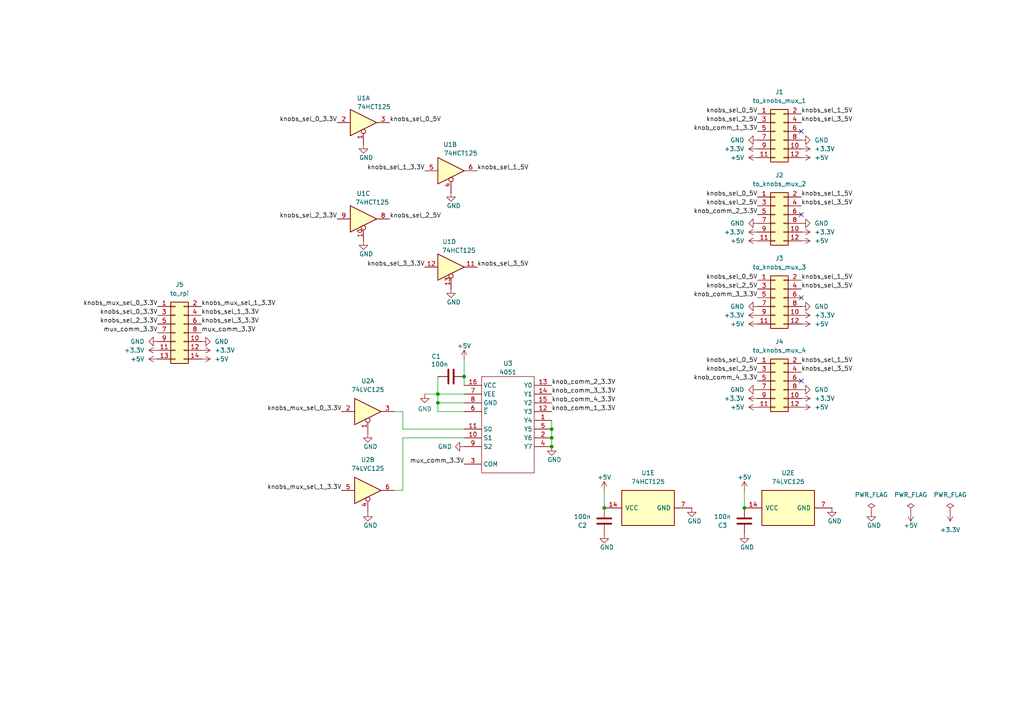
<source format=kicad_sch>
(kicad_sch (version 20231120) (generator "eeschema") (generator_version "8.0")
  (paper "A4")
  (lib_symbols
    (symbol "+5V_1" (power) (pin_numbers hide) (pin_names (offset 0) hide)
      (property "Value" "+5V" (at 0 3.556 0))
      (symbol "+5V_1_0_1"
        (polyline (pts (xy -0.762 1.27) (xy 0 2.54)))
        (polyline (pts (xy 0 0) (xy 0 2.54)))
        (polyline (pts (xy 0 2.54) (xy 0.762 1.27)))
      )
      (symbol "+5V_1_1_1"
        (pin power_in line (at 0 0 90) (length 0) (name "~") (number "1"))
      )
    )
    (symbol "+5V_10" (power) (pin_numbers hide) (pin_names (offset 0) hide)
      (property "Value" "+5V" (at 0 3.556 0))
      (symbol "+5V_10_0_1"
        (polyline (pts (xy -0.762 1.27) (xy 0 2.54)))
        (polyline (pts (xy 0 0) (xy 0 2.54)))
        (polyline (pts (xy 0 2.54) (xy 0.762 1.27)))
      )
      (symbol "+5V_10_1_1"
        (pin power_in line (at 0 0 90) (length 0) (name "~") (number "1"))
      )
    )
    (symbol "+5V_11" (power) (pin_numbers hide) (pin_names (offset 0) hide)
      (property "Value" "+5V" (at 0 3.556 0))
      (symbol "+5V_11_0_1"
        (polyline (pts (xy -0.762 1.27) (xy 0 2.54)))
        (polyline (pts (xy 0 0) (xy 0 2.54)))
        (polyline (pts (xy 0 2.54) (xy 0.762 1.27)))
      )
      (symbol "+5V_11_1_1"
        (pin power_in line (at 0 0 90) (length 0) (name "~") (number "1"))
      )
    )
    (symbol "+5V_12" (power) (pin_numbers hide) (pin_names (offset 0) hide)
      (property "Value" "+5V" (at 0 3.556 0))
      (symbol "+5V_12_0_1"
        (polyline (pts (xy -0.762 1.27) (xy 0 2.54)))
        (polyline (pts (xy 0 0) (xy 0 2.54)))
        (polyline (pts (xy 0 2.54) (xy 0.762 1.27)))
      )
      (symbol "+5V_12_1_1"
        (pin power_in line (at 0 0 90) (length 0) (name "~") (number "1"))
      )
    )
    (symbol "+5V_2" (power) (pin_numbers hide) (pin_names (offset 0) hide)
      (property "Value" "+5V" (at 0 3.556 0))
      (symbol "+5V_2_0_1"
        (polyline (pts (xy -0.762 1.27) (xy 0 2.54)))
        (polyline (pts (xy 0 0) (xy 0 2.54)))
        (polyline (pts (xy 0 2.54) (xy 0.762 1.27)))
      )
      (symbol "+5V_2_1_1"
        (pin power_in line (at 0 0 90) (length 0) (name "~") (number "1"))
      )
    )
    (symbol "+5V_3" (power) (pin_numbers hide) (pin_names (offset 0) hide)
      (property "Value" "+5V" (at 0 3.556 0))
      (symbol "+5V_3_0_1"
        (polyline (pts (xy -0.762 1.27) (xy 0 2.54)))
        (polyline (pts (xy 0 0) (xy 0 2.54)))
        (polyline (pts (xy 0 2.54) (xy 0.762 1.27)))
      )
      (symbol "+5V_3_1_1"
        (pin power_in line (at 0 0 90) (length 0) (name "~") (number "1"))
      )
    )
    (symbol "+5V_4" (power) (pin_numbers hide) (pin_names (offset 0) hide)
      (property "Value" "+5V" (at 0 3.556 0))
      (symbol "+5V_4_0_1"
        (polyline (pts (xy -0.762 1.27) (xy 0 2.54)))
        (polyline (pts (xy 0 0) (xy 0 2.54)))
        (polyline (pts (xy 0 2.54) (xy 0.762 1.27)))
      )
      (symbol "+5V_4_1_1"
        (pin power_in line (at 0 0 90) (length 0) (name "~") (number "1"))
      )
    )
    (symbol "+5V_5" (power) (pin_numbers hide) (pin_names (offset 0) hide)
      (property "Value" "+5V" (at 0 3.556 0))
      (symbol "+5V_5_0_1"
        (polyline (pts (xy -0.762 1.27) (xy 0 2.54)))
        (polyline (pts (xy 0 0) (xy 0 2.54)))
        (polyline (pts (xy 0 2.54) (xy 0.762 1.27)))
      )
      (symbol "+5V_5_1_1"
        (pin power_in line (at 0 0 90) (length 0) (name "~") (number "1"))
      )
    )
    (symbol "+5V_6" (power) (pin_numbers hide) (pin_names (offset 0) hide)
      (property "Value" "+5V" (at 0 3.556 0))
      (symbol "+5V_6_0_1"
        (polyline (pts (xy -0.762 1.27) (xy 0 2.54)))
        (polyline (pts (xy 0 0) (xy 0 2.54)))
        (polyline (pts (xy 0 2.54) (xy 0.762 1.27)))
      )
      (symbol "+5V_6_1_1"
        (pin power_in line (at 0 0 90) (length 0) (name "~") (number "1"))
      )
    )
    (symbol "+5V_7" (power) (pin_numbers hide) (pin_names (offset 0) hide)
      (property "Value" "+5V" (at 0 3.556 0))
      (symbol "+5V_7_0_1"
        (polyline (pts (xy -0.762 1.27) (xy 0 2.54)))
        (polyline (pts (xy 0 0) (xy 0 2.54)))
        (polyline (pts (xy 0 2.54) (xy 0.762 1.27)))
      )
      (symbol "+5V_7_1_1"
        (pin power_in line (at 0 0 90) (length 0) (name "~") (number "1"))
      )
    )
    (symbol "+5V_8" (power) (pin_numbers hide) (pin_names (offset 0) hide)
      (property "Value" "+5V" (at 0 3.556 0))
      (symbol "+5V_8_0_1"
        (polyline (pts (xy -0.762 1.27) (xy 0 2.54)))
        (polyline (pts (xy 0 0) (xy 0 2.54)))
        (polyline (pts (xy 0 2.54) (xy 0.762 1.27)))
      )
      (symbol "+5V_8_1_1"
        (pin power_in line (at 0 0 90) (length 0) (name "~") (number "1"))
      )
    )
    (symbol "+5V_9" (power) (pin_numbers hide) (pin_names (offset 0) hide)
      (property "Value" "+5V" (at 0 3.556 0))
      (symbol "+5V_9_0_1"
        (polyline (pts (xy -0.762 1.27) (xy 0 2.54)))
        (polyline (pts (xy 0 0) (xy 0 2.54)))
        (polyline (pts (xy 0 2.54) (xy 0.762 1.27)))
      )
      (symbol "+5V_9_1_1"
        (pin power_in line (at 0 0 90) (length 0) (name "~") (number "1"))
      )
    )
    (symbol "74xx:74LVC125" (pin_names (offset 1.016))
      (property "Reference" "U" (at 0 1.27 0))
      (property "Value" "74LVC125" (at 0 -1.27 0))
      (symbol "74LVC125_1_0"
        (polyline (pts (xy -3.81 3.81) (xy -3.81 -3.81) (xy 3.81 0) (xy -3.81 3.81)) (stroke (width 0.254)) (fill (type background)))
        (pin input inverted (at 0 -6.35 90) (length 4.445) (name "~") (number "1"))
        (pin input line (at -7.62 0 0) (length 3.81) (name "~") (number "2"))
        (pin tri_state line (at 7.62 0 180) (length 3.81) (name "~") (number "3"))
      )
      (symbol "74LVC125_2_0"
        (polyline (pts (xy -3.81 3.81) (xy -3.81 -3.81) (xy 3.81 0) (xy -3.81 3.81)) (stroke (width 0.254)) (fill (type background)))
        (pin input inverted (at 0 -6.35 90) (length 4.445) (name "~") (number "4"))
        (pin input line (at -7.62 0 0) (length 3.81) (name "~") (number "5"))
        (pin tri_state line (at 7.62 0 180) (length 3.81) (name "~") (number "6"))
      )
      (symbol "74LVC125_3_0"
        (polyline (pts (xy -3.81 3.81) (xy -3.81 -3.81) (xy 3.81 0) (xy -3.81 3.81)) (stroke (width 0.254)) (fill (type background)))
        (pin input inverted (at 0 -6.35 90) (length 4.445) (name "~") (number "10"))
        (pin tri_state line (at 7.62 0 180) (length 3.81) (name "~") (number "8"))
        (pin input line (at -7.62 0 0) (length 3.81) (name "~") (number "9"))
      )
      (symbol "74LVC125_4_0"
        (polyline (pts (xy -3.81 3.81) (xy -3.81 -3.81) (xy 3.81 0) (xy -3.81 3.81)) (stroke (width 0.254)) (fill (type background)))
        (pin tri_state line (at 7.62 0 180) (length 3.81) (name "~") (number "11"))
        (pin input line (at -7.62 0 0) (length 3.81) (name "~") (number "12"))
        (pin input inverted (at 0 -6.35 90) (length 4.445) (name "~") (number "13"))
      )
      (symbol "74LVC125_5_0"
        (pin power_in line (at 0 12.7 270) (length 5.08) (name "VCC") (number "14"))
        (pin power_in line (at 0 -12.7 90) (length 5.08) (name "GND") (number "7"))
      )
      (symbol "74LVC125_5_1"
        (rectangle (start -5.08 7.62) (end 5.08 -7.62) (stroke (width 0.254)) (fill (type background)))
      )
    )
    (symbol "Connector_Generic:Conn_02x06_Odd_Even" (pin_names (offset 1.016) hide)
      (property "Reference" "J" (at 1.27 7.62 0))
      (property "Value" "Conn_02x06_Odd_Even" (at 1.27 -10.16 0))
      (symbol "Conn_02x06_Odd_Even_1_1"
        (rectangle (start -1.27 -7.493) (end 0 -7.747) (stroke (width 0.1524)))
        (rectangle (start -1.27 -4.953) (end 0 -5.207) (stroke (width 0.1524)))
        (rectangle (start -1.27 -2.413) (end 0 -2.667) (stroke (width 0.1524)))
        (rectangle (start -1.27 0.127) (end 0 -0.127) (stroke (width 0.1524)))
        (rectangle (start -1.27 2.667) (end 0 2.413) (stroke (width 0.1524)))
        (rectangle (start -1.27 5.207) (end 0 4.953) (stroke (width 0.1524)))
        (rectangle (start -1.27 6.35) (end 3.81 -8.89) (stroke (width 0.254)) (fill (type background)))
        (rectangle (start 3.81 -7.493) (end 2.54 -7.747) (stroke (width 0.1524)))
        (rectangle (start 3.81 -4.953) (end 2.54 -5.207) (stroke (width 0.1524)))
        (rectangle (start 3.81 -2.413) (end 2.54 -2.667) (stroke (width 0.1524)))
        (rectangle (start 3.81 0.127) (end 2.54 -0.127) (stroke (width 0.1524)))
        (rectangle (start 3.81 2.667) (end 2.54 2.413) (stroke (width 0.1524)))
        (rectangle (start 3.81 5.207) (end 2.54 4.953) (stroke (width 0.1524)))
        (pin passive line (at -5.08 5.08 0) (length 3.81) (name "Pin_1") (number "1"))
        (pin passive line (at 7.62 -5.08 180) (length 3.81) (name "Pin_10") (number "10"))
        (pin passive line (at -5.08 -7.62 0) (length 3.81) (name "Pin_11") (number "11"))
        (pin passive line (at 7.62 -7.62 180) (length 3.81) (name "Pin_12") (number "12"))
        (pin passive line (at 7.62 5.08 180) (length 3.81) (name "Pin_2") (number "2"))
        (pin passive line (at -5.08 2.54 0) (length 3.81) (name "Pin_3") (number "3"))
        (pin passive line (at 7.62 2.54 180) (length 3.81) (name "Pin_4") (number "4"))
        (pin passive line (at -5.08 0 0) (length 3.81) (name "Pin_5") (number "5"))
        (pin passive line (at 7.62 0 180) (length 3.81) (name "Pin_6") (number "6"))
        (pin passive line (at -5.08 -2.54 0) (length 3.81) (name "Pin_7") (number "7"))
        (pin passive line (at 7.62 -2.54 180) (length 3.81) (name "Pin_8") (number "8"))
        (pin passive line (at -5.08 -5.08 0) (length 3.81) (name "Pin_9") (number "9"))
      )
    )
    (symbol "Connector_Generic:Conn_02x07_Odd_Even" (pin_names (offset 1.016) hide)
      (property "Reference" "J" (at 1.27 10.16 0))
      (property "Value" "Conn_02x07_Odd_Even" (at 1.27 -10.16 0))
      (symbol "Conn_02x07_Odd_Even_1_1"
        (rectangle (start -1.27 -7.493) (end 0 -7.747) (stroke (width 0.1524)))
        (rectangle (start -1.27 -4.953) (end 0 -5.207) (stroke (width 0.1524)))
        (rectangle (start -1.27 -2.413) (end 0 -2.667) (stroke (width 0.1524)))
        (rectangle (start -1.27 0.127) (end 0 -0.127) (stroke (width 0.1524)))
        (rectangle (start -1.27 2.667) (end 0 2.413) (stroke (width 0.1524)))
        (rectangle (start -1.27 5.207) (end 0 4.953) (stroke (width 0.1524)))
        (rectangle (start -1.27 7.747) (end 0 7.493) (stroke (width 0.1524)))
        (rectangle (start -1.27 8.89) (end 3.81 -8.89) (stroke (width 0.254)) (fill (type background)))
        (rectangle (start 3.81 -7.493) (end 2.54 -7.747) (stroke (width 0.1524)))
        (rectangle (start 3.81 -4.953) (end 2.54 -5.207) (stroke (width 0.1524)))
        (rectangle (start 3.81 -2.413) (end 2.54 -2.667) (stroke (width 0.1524)))
        (rectangle (start 3.81 0.127) (end 2.54 -0.127) (stroke (width 0.1524)))
        (rectangle (start 3.81 2.667) (end 2.54 2.413) (stroke (width 0.1524)))
        (rectangle (start 3.81 5.207) (end 2.54 4.953) (stroke (width 0.1524)))
        (rectangle (start 3.81 7.747) (end 2.54 7.493) (stroke (width 0.1524)))
        (pin passive line (at -5.08 7.62 0) (length 3.81) (name "Pin_1") (number "1"))
        (pin passive line (at 7.62 -2.54 180) (length 3.81) (name "Pin_10") (number "10"))
        (pin passive line (at -5.08 -5.08 0) (length 3.81) (name "Pin_11") (number "11"))
        (pin passive line (at 7.62 -5.08 180) (length 3.81) (name "Pin_12") (number "12"))
        (pin passive line (at -5.08 -7.62 0) (length 3.81) (name "Pin_13") (number "13"))
        (pin passive line (at 7.62 -7.62 180) (length 3.81) (name "Pin_14") (number "14"))
        (pin passive line (at 7.62 7.62 180) (length 3.81) (name "Pin_2") (number "2"))
        (pin passive line (at -5.08 5.08 0) (length 3.81) (name "Pin_3") (number "3"))
        (pin passive line (at 7.62 5.08 180) (length 3.81) (name "Pin_4") (number "4"))
        (pin passive line (at -5.08 2.54 0) (length 3.81) (name "Pin_5") (number "5"))
        (pin passive line (at 7.62 2.54 180) (length 3.81) (name "Pin_6") (number "6"))
        (pin passive line (at -5.08 0 0) (length 3.81) (name "Pin_7") (number "7"))
        (pin passive line (at 7.62 0 180) (length 3.81) (name "Pin_8") (number "8"))
        (pin passive line (at -5.08 -2.54 0) (length 3.81) (name "Pin_9") (number "9"))
      )
    )
    (symbol "Device:C" (pin_numbers hide) (pin_names (offset 0.254))
      (property "Reference" "C" (at 0.635 2.54 0))
      (property "Value" "C" (at 0.635 -2.54 0))
      (symbol "C_0_1"
        (polyline (pts (xy -2.032 -0.762) (xy 2.032 -0.762)) (stroke (width 0.508)))
        (polyline (pts (xy -2.032 0.762) (xy 2.032 0.762)) (stroke (width 0.508)))
      )
      (symbol "C_1_1"
        (pin passive line (at 0 3.81 270) (length 2.794) (name "~") (number "1"))
        (pin passive line (at 0 -3.81 90) (length 2.794) (name "~") (number "2"))
      )
    )
    (symbol "GND_1" (power) (pin_numbers hide) (pin_names (offset 0) hide)
      (property "Value" "GND" (at 0 -3.81 0))
      (symbol "GND_1_0_1"
        (polyline (pts (xy 0 0) (xy 0 -1.27) (xy 1.27 -1.27) (xy 0 -2.54) (xy -1.27 -1.27) (xy 0 -1.27)))
      )
      (symbol "GND_1_1_1"
        (pin power_in line (at 0 0 270) (length 0) (name "~") (number "1"))
      )
    )
    (symbol "GND_10" (power) (pin_numbers hide) (pin_names (offset 0) hide)
      (property "Value" "GND" (at 0 -3.81 0))
      (symbol "GND_10_0_1"
        (polyline (pts (xy 0 0) (xy 0 -1.27) (xy 1.27 -1.27) (xy 0 -2.54) (xy -1.27 -1.27) (xy 0 -1.27)))
      )
      (symbol "GND_10_1_1"
        (pin power_in line (at 0 0 270) (length 0) (name "~") (number "1"))
      )
    )
    (symbol "GND_11" (power) (pin_numbers hide) (pin_names (offset 0) hide)
      (property "Value" "GND" (at 0 -3.81 0))
      (symbol "GND_11_0_1"
        (polyline (pts (xy 0 0) (xy 0 -1.27) (xy 1.27 -1.27) (xy 0 -2.54) (xy -1.27 -1.27) (xy 0 -1.27)))
      )
      (symbol "GND_11_1_1"
        (pin power_in line (at 0 0 270) (length 0) (name "~") (number "1"))
      )
    )
    (symbol "GND_12" (power) (pin_numbers hide) (pin_names (offset 0) hide)
      (property "Value" "GND" (at 0 -3.81 0))
      (symbol "GND_12_0_1"
        (polyline (pts (xy 0 0) (xy 0 -1.27) (xy 1.27 -1.27) (xy 0 -2.54) (xy -1.27 -1.27) (xy 0 -1.27)))
      )
      (symbol "GND_12_1_1"
        (pin power_in line (at 0 0 270) (length 0) (name "~") (number "1"))
      )
    )
    (symbol "GND_13" (power) (pin_numbers hide) (pin_names (offset 0) hide)
      (property "Value" "GND" (at 0 -3.81 0))
      (symbol "GND_13_0_1"
        (polyline (pts (xy 0 0) (xy 0 -1.27) (xy 1.27 -1.27) (xy 0 -2.54) (xy -1.27 -1.27) (xy 0 -1.27)))
      )
      (symbol "GND_13_1_1"
        (pin power_in line (at 0 0 270) (length 0) (name "~") (number "1"))
      )
    )
    (symbol "GND_14" (power) (pin_numbers hide) (pin_names (offset 0) hide)
      (property "Value" "GND" (at 0 -3.81 0))
      (symbol "GND_14_0_1"
        (polyline (pts (xy 0 0) (xy 0 -1.27) (xy 1.27 -1.27) (xy 0 -2.54) (xy -1.27 -1.27) (xy 0 -1.27)))
      )
      (symbol "GND_14_1_1"
        (pin power_in line (at 0 0 270) (length 0) (name "~") (number "1"))
      )
    )
    (symbol "GND_15" (power) (pin_numbers hide) (pin_names (offset 0) hide)
      (property "Value" "GND" (at 0 -3.81 0))
      (symbol "GND_15_0_1"
        (polyline (pts (xy 0 0) (xy 0 -1.27) (xy 1.27 -1.27) (xy 0 -2.54) (xy -1.27 -1.27) (xy 0 -1.27)))
      )
      (symbol "GND_15_1_1"
        (pin power_in line (at 0 0 270) (length 0) (name "~") (number "1"))
      )
    )
    (symbol "GND_16" (power) (pin_numbers hide) (pin_names (offset 0) hide)
      (property "Value" "GND" (at 0 -3.81 0))
      (symbol "GND_16_0_1"
        (polyline (pts (xy 0 0) (xy 0 -1.27) (xy 1.27 -1.27) (xy 0 -2.54) (xy -1.27 -1.27) (xy 0 -1.27)))
      )
      (symbol "GND_16_1_1"
        (pin power_in line (at 0 0 270) (length 0) (name "~") (number "1"))
      )
    )
    (symbol "GND_17" (power) (pin_numbers hide) (pin_names (offset 0) hide)
      (property "Value" "GND" (at 0 -3.81 0))
      (symbol "GND_17_0_1"
        (polyline (pts (xy 0 0) (xy 0 -1.27) (xy 1.27 -1.27) (xy 0 -2.54) (xy -1.27 -1.27) (xy 0 -1.27)))
      )
      (symbol "GND_17_1_1"
        (pin power_in line (at 0 0 270) (length 0) (name "~") (number "1"))
      )
    )
    (symbol "GND_18" (power) (pin_numbers hide) (pin_names (offset 0) hide)
      (property "Value" "GND" (at 0 -3.81 0))
      (symbol "GND_18_0_1"
        (polyline (pts (xy 0 0) (xy 0 -1.27) (xy 1.27 -1.27) (xy 0 -2.54) (xy -1.27 -1.27) (xy 0 -1.27)))
      )
      (symbol "GND_18_1_1"
        (pin power_in line (at 0 0 270) (length 0) (name "~") (number "1"))
      )
    )
    (symbol "GND_19" (power) (pin_numbers hide) (pin_names (offset 0) hide)
      (property "Value" "GND" (at 0 -3.81 0))
      (symbol "GND_19_0_1"
        (polyline (pts (xy 0 0) (xy 0 -1.27) (xy 1.27 -1.27) (xy 0 -2.54) (xy -1.27 -1.27) (xy 0 -1.27)))
      )
      (symbol "GND_19_1_1"
        (pin power_in line (at 0 0 270) (length 0) (name "~") (number "1"))
      )
    )
    (symbol "GND_2" (power) (pin_numbers hide) (pin_names (offset 0) hide)
      (property "Value" "GND" (at 0 -3.81 0))
      (symbol "GND_2_0_1"
        (polyline (pts (xy 0 0) (xy 0 -1.27) (xy 1.27 -1.27) (xy 0 -2.54) (xy -1.27 -1.27) (xy 0 -1.27)))
      )
      (symbol "GND_2_1_1"
        (pin power_in line (at 0 0 270) (length 0) (name "~") (number "1"))
      )
    )
    (symbol "GND_20" (power) (pin_numbers hide) (pin_names (offset 0) hide)
      (property "Value" "GND" (at 0 -3.81 0))
      (symbol "GND_20_0_1"
        (polyline (pts (xy 0 0) (xy 0 -1.27) (xy 1.27 -1.27) (xy 0 -2.54) (xy -1.27 -1.27) (xy 0 -1.27)))
      )
      (symbol "GND_20_1_1"
        (pin power_in line (at 0 0 270) (length 0) (name "~") (number "1"))
      )
    )
    (symbol "GND_21" (power) (pin_numbers hide) (pin_names (offset 0) hide)
      (property "Value" "GND" (at 0 -3.81 0))
      (symbol "GND_21_0_1"
        (polyline (pts (xy 0 0) (xy 0 -1.27) (xy 1.27 -1.27) (xy 0 -2.54) (xy -1.27 -1.27) (xy 0 -1.27)))
      )
      (symbol "GND_21_1_1"
        (pin power_in line (at 0 0 270) (length 0) (name "~") (number "1"))
      )
    )
    (symbol "GND_22" (power) (pin_numbers hide) (pin_names (offset 0) hide)
      (property "Value" "GND" (at 0 -3.81 0))
      (symbol "GND_22_0_1"
        (polyline (pts (xy 0 0) (xy 0 -1.27) (xy 1.27 -1.27) (xy 0 -2.54) (xy -1.27 -1.27) (xy 0 -1.27)))
      )
      (symbol "GND_22_1_1"
        (pin power_in line (at 0 0 270) (length 0) (name "~") (number "1"))
      )
    )
    (symbol "GND_23" (power) (pin_numbers hide) (pin_names (offset 0) hide)
      (property "Value" "GND" (at 0 -3.81 0))
      (symbol "GND_23_0_1"
        (polyline (pts (xy 0 0) (xy 0 -1.27) (xy 1.27 -1.27) (xy 0 -2.54) (xy -1.27 -1.27) (xy 0 -1.27)))
      )
      (symbol "GND_23_1_1"
        (pin power_in line (at 0 0 270) (length 0) (name "~") (number "1"))
      )
    )
    (symbol "GND_3" (power) (pin_numbers hide) (pin_names (offset 0) hide)
      (property "Value" "GND" (at 0 -3.81 0))
      (symbol "GND_3_0_1"
        (polyline (pts (xy 0 0) (xy 0 -1.27) (xy 1.27 -1.27) (xy 0 -2.54) (xy -1.27 -1.27) (xy 0 -1.27)))
      )
      (symbol "GND_3_1_1"
        (pin power_in line (at 0 0 270) (length 0) (name "~") (number "1"))
      )
    )
    (symbol "GND_4" (power) (pin_numbers hide) (pin_names (offset 0) hide)
      (property "Value" "GND" (at 0 -3.81 0))
      (symbol "GND_4_0_1"
        (polyline (pts (xy 0 0) (xy 0 -1.27) (xy 1.27 -1.27) (xy 0 -2.54) (xy -1.27 -1.27) (xy 0 -1.27)))
      )
      (symbol "GND_4_1_1"
        (pin power_in line (at 0 0 270) (length 0) (name "~") (number "1"))
      )
    )
    (symbol "GND_5" (power) (pin_numbers hide) (pin_names (offset 0) hide)
      (property "Value" "GND" (at 0 -3.81 0))
      (symbol "GND_5_0_1"
        (polyline (pts (xy 0 0) (xy 0 -1.27) (xy 1.27 -1.27) (xy 0 -2.54) (xy -1.27 -1.27) (xy 0 -1.27)))
      )
      (symbol "GND_5_1_1"
        (pin power_in line (at 0 0 270) (length 0) (name "~") (number "1"))
      )
    )
    (symbol "GND_6" (power) (pin_numbers hide) (pin_names (offset 0) hide)
      (property "Value" "GND" (at 0 -3.81 0))
      (symbol "GND_6_0_1"
        (polyline (pts (xy 0 0) (xy 0 -1.27) (xy 1.27 -1.27) (xy 0 -2.54) (xy -1.27 -1.27) (xy 0 -1.27)))
      )
      (symbol "GND_6_1_1"
        (pin power_in line (at 0 0 270) (length 0) (name "~") (number "1"))
      )
    )
    (symbol "GND_7" (power) (pin_numbers hide) (pin_names (offset 0) hide)
      (property "Value" "GND" (at 0 -3.81 0))
      (symbol "GND_7_0_1"
        (polyline (pts (xy 0 0) (xy 0 -1.27) (xy 1.27 -1.27) (xy 0 -2.54) (xy -1.27 -1.27) (xy 0 -1.27)))
      )
      (symbol "GND_7_1_1"
        (pin power_in line (at 0 0 270) (length 0) (name "~") (number "1"))
      )
    )
    (symbol "GND_8" (power) (pin_numbers hide) (pin_names (offset 0) hide)
      (property "Value" "GND" (at 0 -3.81 0))
      (symbol "GND_8_0_1"
        (polyline (pts (xy 0 0) (xy 0 -1.27) (xy 1.27 -1.27) (xy 0 -2.54) (xy -1.27 -1.27) (xy 0 -1.27)))
      )
      (symbol "GND_8_1_1"
        (pin power_in line (at 0 0 270) (length 0) (name "~") (number "1"))
      )
    )
    (symbol "GND_9" (power) (pin_numbers hide) (pin_names (offset 0) hide)
      (property "Value" "GND" (at 0 -3.81 0))
      (symbol "GND_9_0_1"
        (polyline (pts (xy 0 0) (xy 0 -1.27) (xy 1.27 -1.27) (xy 0 -2.54) (xy -1.27 -1.27) (xy 0 -1.27)))
      )
      (symbol "GND_9_1_1"
        (pin power_in line (at 0 0 270) (length 0) (name "~") (number "1"))
      )
    )
    (symbol "Igor:4051"
      (property "Reference" "U?" (at 7.62 31.75 0))
      (property "Value" "4051" (at 7.62 29.21 0))
      (symbol "4051_0_1"
        (rectangle (start 0 27.94) (end 15.24 0))
      )
      (symbol "4051_1_1"
        (pin passive line (at 20.32 15.24 180) (length 5.08) (name "Y4") (number "1"))
        (pin input line (at -5.08 10.16 0) (length 5.08) (name "S1") (number "10"))
        (pin input line (at -5.08 12.7 0) (length 5.08) (name "S0") (number "11"))
        (pin passive line (at 20.32 17.78 180) (length 5.08) (name "Y3") (number "12"))
        (pin passive line (at 20.32 25.4 180) (length 5.08) (name "Y0") (number "13"))
        (pin passive line (at 20.32 22.86 180) (length 5.08) (name "Y1") (number "14"))
        (pin passive line (at 20.32 20.32 180) (length 5.08) (name "Y2") (number "15"))
        (pin power_in line (at -5.08 25.4 0) (length 5.08) (name "VCC") (number "16"))
        (pin passive line (at 20.32 10.16 180) (length 5.08) (name "Y6") (number "2"))
        (pin passive line (at -5.08 2.54 0) (length 5.08) (name "COM") (number "3"))
        (pin passive line (at 20.32 7.62 180) (length 5.08) (name "Y7") (number "4"))
        (pin passive line (at 20.32 12.7 180) (length 5.08) (name "Y5") (number "5"))
        (pin input line (at -5.08 17.78 0) (length 5.08) (name "~{E}") (number "6"))
        (pin power_in line (at -5.08 22.86 0) (length 5.08) (name "VEE") (number "7"))
        (pin power_in line (at -5.08 20.32 0) (length 5.08) (name "GND") (number "8"))
        (pin input line (at -5.08 7.62 0) (length 5.08) (name "S2") (number "9"))
      )
    )
    (symbol "power:+3.3V" (power) (pin_numbers hide) (pin_names (offset 0) hide)
      (property "Value" "+3.3V" (at 0 3.556 0))
      (symbol "+3.3V_0_1"
        (polyline (pts (xy -0.762 1.27) (xy 0 2.54)))
        (polyline (pts (xy 0 0) (xy 0 2.54)))
        (polyline (pts (xy 0 2.54) (xy 0.762 1.27)))
      )
      (symbol "+3.3V_1_1"
        (pin power_in line (at 0 0 90) (length 0) (name "~") (number "1"))
      )
    )
    (symbol "power:+5V" (power) (pin_numbers hide) (pin_names (offset 0) hide)
      (property "Value" "+5V" (at 0 3.556 0))
      (symbol "+5V_0_1"
        (polyline (pts (xy -0.762 1.27) (xy 0 2.54)))
        (polyline (pts (xy 0 0) (xy 0 2.54)))
        (polyline (pts (xy 0 2.54) (xy 0.762 1.27)))
      )
      (symbol "+5V_1_1"
        (pin power_in line (at 0 0 90) (length 0) (name "~") (number "1"))
      )
    )
    (symbol "power:GND" (power) (pin_numbers hide) (pin_names (offset 0) hide)
      (property "Value" "GND" (at 0 -3.81 0))
      (symbol "GND_0_1"
        (polyline (pts (xy 0 0) (xy 0 -1.27) (xy 1.27 -1.27) (xy 0 -2.54) (xy -1.27 -1.27) (xy 0 -1.27)))
      )
      (symbol "GND_1_1"
        (pin power_in line (at 0 0 270) (length 0) (name "~") (number "1"))
      )
    )
    (symbol "power:PWR_FLAG" (power) (pin_numbers hide) (pin_names (offset 0) hide)
      (property "Value" "PWR_FLAG" (at 0 3.81 0))
      (symbol "PWR_FLAG_0_0"
        (pin power_out line (at 0 0 90) (length 0) (name "~") (number "1"))
      )
      (symbol "PWR_FLAG_0_1"
        (polyline (pts (xy 0 0) (xy 0 1.27) (xy -1.016 1.905) (xy 0 2.54) (xy 1.016 1.905) (xy 0 1.27)))
      )
    )
  )
  (junction (at 160.02 124.46))
  (junction (at 134.62 109.22))
  (junction (at 160.02 127))
  (junction (at 160.02 129.54))
  (junction (at 127 114.3))
  (junction (at 215.9 147.32))
  (junction (at 175.26 147.32))
  (junction (at 127 116.84))
  (no_connect (at 232.41 38.1))
  (no_connect (at 232.41 86.36))
  (no_connect (at 232.41 110.49))
  (no_connect (at 232.41 62.23))
  (wire (pts (xy 134.62 114.3) (xy 127 114.3)))
  (wire (pts (xy 127 116.84) (xy 134.62 116.84)))
  (wire (pts (xy 175.26 142.24) (xy 175.26 147.32)))
  (wire (pts (xy 127 116.84) (xy 127 114.3)))
  (wire (pts (xy 160.02 124.46) (xy 160.02 127)))
  (wire (pts (xy 114.3 142.24) (xy 116.84 142.24)))
  (wire (pts (xy 123.19 114.3) (xy 127 114.3)))
  (wire (pts (xy 116.84 119.38) (xy 116.84 124.46)))
  (wire (pts (xy 134.62 104.14) (xy 134.62 109.22)))
  (wire (pts (xy 127 114.3) (xy 127 109.22)))
  (wire (pts (xy 134.62 127) (xy 116.84 127)))
  (wire (pts (xy 114.3 119.38) (xy 116.84 119.38)))
  (wire (pts (xy 134.62 109.22) (xy 134.62 111.76)))
  (wire (pts (xy 116.84 124.46) (xy 134.62 124.46)))
  (wire (pts (xy 134.62 119.38) (xy 127 119.38)))
  (wire (pts (xy 116.84 127) (xy 116.84 142.24)))
  (wire (pts (xy 160.02 121.92) (xy 160.02 124.46)))
  (wire (pts (xy 127 119.38) (xy 127 116.84)))
  (wire (pts (xy 160.02 127) (xy 160.02 129.54)))
  (wire (pts (xy 215.9 142.24) (xy 215.9 147.32)))
  (label "knobs_sel_2_5V" (at 219.71 59.69 180))
  (label "knob_comm_2_3.3V" (at 219.71 62.23 180))
  (label "knob_comm_4_3.3V" (at 160.02 116.84 0))
  (label "knobs_sel_2_5V" (at 219.71 107.95 180))
  (label "knobs_sel_0_3.3V" (at 97.79 35.56 180))
  (label "knobs_sel_2_5V" (at 219.71 83.82 180))
  (label "knobs_sel_2_5V" (at 219.71 35.56 180))
  (label "mux_comm_3.3V" (at 134.62 134.62 180))
  (label "knobs_sel_1_5V" (at 232.41 81.28 0))
  (label "knob_comm_3_3.3V" (at 219.71 86.36 180))
  (label "knobs_sel_1_3.3V" (at 123.19 49.53 180))
  (label "mux_comm_3.3V" (at 58.42 96.52 0))
  (label "knobs_mux_sel_1_3.3V" (at 58.42 88.9 0))
  (label "knob_comm_4_3.3V" (at 219.71 110.49 180))
  (label "mux_comm_3.3V" (at 45.72 96.52 180))
  (label "knobs_sel_0_5V" (at 113.03 35.56 0))
  (label "knobs_sel_0_3.3V" (at 45.72 91.44 180))
  (label "knobs_sel_0_5V" (at 219.71 81.28 180))
  (label "knobs_sel_3_5V" (at 232.41 107.95 0))
  (label "knobs_sel_3_5V" (at 232.41 59.69 0))
  (label "knobs_sel_0_5V" (at 219.71 33.02 180))
  (label "knobs_sel_0_5V" (at 219.71 105.41 180))
  (label "knob_comm_1_3.3V" (at 219.71 38.1 180))
  (label "knobs_sel_1_5V" (at 232.41 105.41 0))
  (label "knobs_mux_sel_0_3.3V" (at 99.06 119.38 180))
  (label "knobs_sel_3_5V" (at 138.43 77.47 0))
  (label "knobs_mux_sel_0_3.3V" (at 45.72 88.9 180))
  (label "knobs_sel_1_5V" (at 232.41 57.15 0))
  (label "knobs_sel_3_3.3V" (at 123.19 77.47 180))
  (label "knobs_sel_0_5V" (at 219.71 57.15 180))
  (label "knobs_sel_2_3.3V" (at 97.79 63.5 180))
  (label "knobs_mux_sel_1_3.3V" (at 99.06 142.24 180))
  (label "knobs_sel_2_3.3V" (at 45.72 93.98 180))
  (label "knobs_sel_1_3.3V" (at 58.42 91.44 0))
  (label "knobs_sel_3_3.3V" (at 58.42 93.98 0))
  (label "knobs_sel_2_5V" (at 113.03 63.5 0))
  (label "knob_comm_2_3.3V" (at 160.02 111.76 0))
  (label "knobs_sel_1_5V" (at 232.41 33.02 0))
  (label "knobs_sel_3_5V" (at 232.41 83.82 0))
  (label "knob_comm_3_3.3V" (at 160.02 114.3 0))
  (label "knobs_sel_3_5V" (at 232.41 35.56 0))
  (label "knobs_sel_1_5V" (at 138.43 49.53 0))
  (label "knob_comm_1_3.3V" (at 160.02 119.38 0))
  (symbol (lib_name "GND_3") (lib_id "power:GND") (at 105.41 41.91 0) (unit 1)
    (property "Reference" "#PWR7" (effects (hide yes)))
    (property "Value" "GND" (at 104.14 45.72 0) (effects (justify left)))
    (property "Description" "Power symbol creates a global label with name \"GND\" , ground" (effects (hide yes)))
  )
  (symbol (lib_name "GND_23") (lib_id "power:GND") (at 58.42 99.06 90) (unit 1)
    (property "Reference" "#PWR47" (effects (hide yes)))
    (property "Value" "GND" (at 62.23 99.0599 90) (effects (justify right)))
    (property "Description" "Power symbol creates a global label with name \"GND\" , ground" (effects (hide yes)))
  )
  (symbol (lib_id "Connector_Generic:Conn_02x06_Odd_Even") (at 224.79 110.49 0) (unit 1)
    (property "Reference" "J4" (at 226.06 99.06 0))
    (property "Value" "to_knobs_mux_4" (at 226.06 101.6 0))
    (property "Footprint" "Connector_PinHeader_2.54mm:PinHeader_2x06_P2.54mm_Horizontal" (effects (hide yes)))
    (property "Description" "Generic connector, double row, 02x06, odd/even pin numbering scheme (row 1 odd numbers, row 2 even numbers), script generated (kicad-library-utils/schlib/autogen/connector/)" (effects (hide yes)))
  )
  (symbol (lib_id "power:+5V") (at 45.72 104.14 90) (unit 1)
    (property "Reference" "#PWR46" (effects (hide yes)))
    (property "Value" "+5V" (at 41.91 104.1399 90) (effects (justify left)))
    (property "Description" "Power symbol creates a global label with name \"+5V\"" (effects (hide yes)))
  )
  (symbol (lib_id "74xx:74LVC125") (at 130.81 77.47 0) (unit 4)
    (property "Reference" "U1" (at 130.302 70.104 0))
    (property "Value" "74HCT125" (at 133.096 72.644 0))
    (property "Footprint" "Package_SO:SO-14_5.3x10.2mm_P1.27mm" (effects (hide yes)))
    (property "Datasheet" "http://www.ti.com/lit/gpn/sn74LVC125" (effects (hide yes)))
    (property "Description" "Quad buffer 3-State outputs" (effects (hide yes)))
  )
  (symbol (lib_name "+5V_9") (lib_id "power:+5V") (at 175.26 142.24 0) (unit 1)
    (property "Reference" "#PWR16" (effects (hide yes)))
    (property "Value" "+5V" (at 175.26 138.43 0))
    (property "Description" "Power symbol creates a global label with name \"+5V\"" (effects (hide yes)))
  )
  (symbol (lib_name "GND_4") (lib_id "power:GND") (at 106.68 125.73 0) (unit 1)
    (property "Reference" "#PWR11" (effects (hide yes)))
    (property "Value" "GND" (at 105.41 129.54 0) (effects (justify left)))
    (property "Description" "Power symbol creates a global label with name \"GND\" , ground" (effects (hide yes)))
  )
  (symbol (lib_id "power:PWR_FLAG") (at 275.59 148.59 0) (unit 1)
    (property "Reference" "#FLG3" (effects (hide yes)))
    (property "Value" "PWR_FLAG" (at 275.59 143.51 0))
    (property "Description" "Special symbol for telling ERC where power comes from" (effects (hide yes)))
  )
  (symbol (lib_id "Connector_Generic:Conn_02x06_Odd_Even") (at 224.79 86.36 0) (unit 1)
    (property "Reference" "J3" (at 226.06 74.93 0))
    (property "Value" "to_knobs_mux_3" (at 226.06 77.47 0))
    (property "Footprint" "Connector_PinHeader_2.54mm:PinHeader_2x06_P2.54mm_Horizontal" (effects (hide yes)))
    (property "Description" "Generic connector, double row, 02x06, odd/even pin numbering scheme (row 1 odd numbers, row 2 even numbers), script generated (kicad-library-utils/schlib/autogen/connector/)" (effects (hide yes)))
  )
  (symbol (lib_id "power:+3.3V") (at 219.71 43.18 90) (unit 1)
    (property "Reference" "#PWR23" (effects (hide yes)))
    (property "Value" "+3.3V" (at 215.9 43.1799 90) (effects (justify left)))
    (property "Description" "Power symbol creates a global label with name \"+3.3V\"" (effects (hide yes)))
  )
  (symbol (lib_id "power:+3.3V") (at 232.41 67.31 270) (unit 1)
    (property "Reference" "#PWR30" (effects (hide yes)))
    (property "Value" "+3.3V" (at 236.22 67.3099 90) (effects (justify left)))
    (property "Description" "Power symbol creates a global label with name \"+3.3V\"" (effects (hide yes)))
  )
  (symbol (lib_name "+5V_10") (lib_id "power:+5V") (at 264.16 148.59 180) (unit 1)
    (property "Reference" "#PWR6" (effects (hide yes)))
    (property "Value" "+5V" (at 264.16 152.4 0))
    (property "Description" "Power symbol creates a global label with name \"+5V\"" (effects (hide yes)))
  )
  (symbol (lib_id "power:+3.3V") (at 219.71 115.57 90) (unit 1)
    (property "Reference" "#PWR39" (effects (hide yes)))
    (property "Value" "+3.3V" (at 215.9 115.5699 90) (effects (justify left)))
    (property "Description" "Power symbol creates a global label with name \"+3.3V\"" (effects (hide yes)))
  )
  (symbol (lib_name "GND_2") (lib_id "power:GND") (at 219.71 113.03 270) (unit 1)
    (property "Reference" "#PWR38" (effects (hide yes)))
    (property "Value" "GND" (at 215.9 113.0299 90) (effects (justify right)))
    (property "Description" "Power symbol creates a global label with name \"GND\" , ground" (effects (hide yes)))
  )
  (symbol (lib_name "+5V_11") (lib_id "power:+5V") (at 215.9 142.24 0) (unit 1)
    (property "Reference" "#PWR15" (effects (hide yes)))
    (property "Value" "+5V" (at 215.9 138.43 0))
    (property "Description" "Power symbol creates a global label with name \"+5V\"" (effects (hide yes)))
  )
  (symbol (lib_name "+5V_8") (lib_id "power:+5V") (at 232.41 118.11 270) (unit 1)
    (property "Reference" "#PWR43" (effects (hide yes)))
    (property "Value" "+5V" (at 236.22 118.1099 90) (effects (justify left)))
    (property "Description" "Power symbol creates a global label with name \"+5V\"" (effects (hide yes)))
  )
  (symbol (lib_name "+5V_2") (lib_id "power:+5V") (at 219.71 118.11 90) (unit 1)
    (property "Reference" "#PWR40" (effects (hide yes)))
    (property "Value" "+5V" (at 215.9 118.1099 90) (effects (justify left)))
    (property "Description" "Power symbol creates a global label with name \"+5V\"" (effects (hide yes)))
  )
  (symbol (lib_name "GND_1") (lib_id "power:GND") (at 232.41 113.03 90) (unit 1)
    (property "Reference" "#PWR41" (effects (hide yes)))
    (property "Value" "GND" (at 236.22 113.0299 90) (effects (justify right)))
    (property "Description" "Power symbol creates a global label with name \"GND\" , ground" (effects (hide yes)))
  )
  (symbol (lib_name "GND_5") (lib_id "power:GND") (at 130.81 55.88 0) (unit 1)
    (property "Reference" "#PWR8" (effects (hide yes)))
    (property "Value" "GND" (at 129.54 59.69 0) (effects (justify left)))
    (property "Description" "Power symbol creates a global label with name \"GND\" , ground" (effects (hide yes)))
  )
  (symbol (lib_id "Connector_Generic:Conn_02x06_Odd_Even") (at 224.79 62.23 0) (unit 1)
    (property "Reference" "J2" (at 226.06 50.8 0))
    (property "Value" "to_knobs_mux_2" (at 226.06 53.34 0))
    (property "Footprint" "Connector_PinHeader_2.54mm:PinHeader_2x06_P2.54mm_Horizontal" (effects (hide yes)))
    (property "Description" "Generic connector, double row, 02x06, odd/even pin numbering scheme (row 1 odd numbers, row 2 even numbers), script generated (kicad-library-utils/schlib/autogen/connector/)" (effects (hide yes)))
  )
  (symbol (lib_id "Device:C") (at 130.81 109.22 90) (unit 1)
    (property "Reference" "C1" (at 126.492 103.378 90))
    (property "Value" "100n" (at 127.508 105.664 90))
    (property "Footprint" "Capacitor_SMD:C_0402_1005Metric" (effects (hide yes)))
    (property "LCSC" "C1525" (effects (hide yes)))
  )
  (symbol (lib_name "GND_6") (lib_id "power:GND") (at 215.9 154.94 0) (unit 1)
    (property "Reference" "#PWR14" (effects (hide yes)))
    (property "Value" "GND" (at 214.63 158.75 0) (effects (justify left)))
    (property "Description" "Power symbol creates a global label with name \"GND\" , ground" (effects (hide yes)))
  )
  (symbol (lib_name "+5V_5") (lib_id "power:+5V") (at 232.41 93.98 270) (unit 1)
    (property "Reference" "#PWR37" (effects (hide yes)))
    (property "Value" "+5V" (at 236.22 93.9799 90) (effects (justify left)))
    (property "Description" "Power symbol creates a global label with name \"+5V\"" (effects (hide yes)))
  )
  (symbol (lib_id "power:+3.3V") (at 232.41 91.44 270) (unit 1)
    (property "Reference" "#PWR36" (effects (hide yes)))
    (property "Value" "+3.3V" (at 236.22 91.4399 90) (effects (justify left)))
    (property "Description" "Power symbol creates a global label with name \"+3.3V\"" (effects (hide yes)))
  )
  (symbol (lib_name "GND_16") (lib_id "power:GND") (at 232.41 64.77 90) (unit 1)
    (property "Reference" "#PWR29" (effects (hide yes)))
    (property "Value" "GND" (at 236.22 64.7699 90) (effects (justify right)))
    (property "Description" "Power symbol creates a global label with name \"GND\" , ground" (effects (hide yes)))
  )
  (symbol (lib_name "+5V_4") (lib_id "power:+5V") (at 219.71 45.72 90) (unit 1)
    (property "Reference" "#PWR22" (effects (hide yes)))
    (property "Value" "+5V" (at 215.9 45.7199 90) (effects (justify left)))
    (property "Description" "Power symbol creates a global label with name \"+5V\"" (effects (hide yes)))
  )
  (symbol (lib_name "GND_7") (lib_id "power:GND") (at 241.3 147.32 0) (unit 1)
    (property "Reference" "#PWR18" (effects (hide yes)))
    (property "Value" "GND" (at 240.03 151.13 0) (effects (justify left)))
    (property "Description" "Power symbol creates a global label with name \"GND\" , ground" (effects (hide yes)))
  )
  (symbol (lib_id "Device:C") (at 215.9 151.13 180) (unit 1)
    (property "Reference" "C3" (at 209.55 152.4 0))
    (property "Value" "100n" (at 209.55 149.86 0))
    (property "Footprint" "Capacitor_SMD:C_0402_1005Metric" (effects (hide yes)))
    (property "LCSC" "C1525" (effects (hide yes)))
  )
  (symbol (lib_id "power:+3.3V") (at 232.41 115.57 270) (unit 1)
    (property "Reference" "#PWR42" (effects (hide yes)))
    (property "Value" "+3.3V" (at 236.22 115.5699 90) (effects (justify left)))
    (property "Description" "Power symbol creates a global label with name \"+3.3V\"" (effects (hide yes)))
  )
  (symbol (lib_name "GND_20") (lib_id "power:GND") (at 219.71 88.9 270) (unit 1)
    (property "Reference" "#PWR32" (effects (hide yes)))
    (property "Value" "GND" (at 215.9 88.8999 90) (effects (justify right)))
    (property "Description" "Power symbol creates a global label with name \"GND\" , ground" (effects (hide yes)))
  )
  (symbol (lib_id "74xx:74LVC125") (at 106.68 142.24 0) (unit 2)
    (property "Reference" "U2" (at 106.68 133.35 0))
    (property "Value" "74LVC125" (at 106.68 135.89 0))
    (property "Footprint" "Package_SO:SO-14_5.3x10.2mm_P1.27mm" (effects (hide yes)))
    (property "Datasheet" "http://www.ti.com/lit/gpn/sn74LVC125" (effects (hide yes)))
    (property "Description" "Quad buffer 3-State outputs" (effects (hide yes)))
  )
  (symbol (lib_id "74xx:74LVC125") (at 228.6 147.32 90) (unit 5)
    (property "Reference" "U2" (at 228.6 137.16 90))
    (property "Value" "74LVC125" (at 228.6 139.7 90))
    (property "Footprint" "Package_SO:SO-14_5.3x10.2mm_P1.27mm" (effects (hide yes)))
    (property "Datasheet" "http://www.ti.com/lit/gpn/sn74LVC125" (effects (hide yes)))
    (property "Description" "Quad buffer 3-State outputs" (effects (hide yes)))
  )
  (symbol (lib_name "GND_8") (lib_id "power:GND") (at 160.02 129.54 0) (unit 1)
    (property "Reference" "#PWR4" (effects (hide yes)))
    (property "Value" "GND" (at 158.75 133.35 0) (effects (justify left)))
    (property "Description" "Power symbol creates a global label with name \"GND\" , ground" (effects (hide yes)))
  )
  (symbol (lib_name "GND_9") (lib_id "power:GND") (at 134.62 129.54 270) (unit 1)
    (property "Reference" "#PWR3" (effects (hide yes)))
    (property "Value" "GND" (at 127 129.54 90) (effects (justify left)))
    (property "Description" "Power symbol creates a global label with name \"GND\" , ground" (effects (hide yes)))
  )
  (symbol (lib_name "GND_10") (lib_id "power:GND") (at 106.68 148.59 0) (unit 1)
    (property "Reference" "#PWR12" (effects (hide yes)))
    (property "Value" "GND" (at 105.41 152.4 0) (effects (justify left)))
    (property "Description" "Power symbol creates a global label with name \"GND\" , ground" (effects (hide yes)))
  )
  (symbol (lib_id "power:+3.3V") (at 219.71 91.44 90) (unit 1)
    (property "Reference" "#PWR33" (effects (hide yes)))
    (property "Value" "+3.3V" (at 215.9 91.4399 90) (effects (justify left)))
    (property "Description" "Power symbol creates a global label with name \"+3.3V\"" (effects (hide yes)))
  )
  (symbol (lib_id "power:PWR_FLAG") (at 252.73 148.59 0) (unit 1)
    (property "Reference" "#FLG1" (effects (hide yes)))
    (property "Value" "PWR_FLAG" (at 252.73 143.51 0))
    (property "Description" "Special symbol for telling ERC where power comes from" (effects (hide yes)))
  )
  (symbol (lib_id "74xx:74LVC125") (at 187.96 147.32 90) (unit 5)
    (property "Reference" "U1" (at 187.96 137.16 90))
    (property "Value" "74HCT125" (at 187.96 139.7 90))
    (property "Footprint" "Package_SO:SO-14_5.3x10.2mm_P1.27mm" (effects (hide yes)))
    (property "Datasheet" "http://www.ti.com/lit/gpn/sn74LVC125" (effects (hide yes)))
    (property "Description" "Quad buffer 3-State outputs" (effects (hide yes)))
  )
  (symbol (lib_name "GND_11") (lib_id "power:GND") (at 123.19 114.3 0) (unit 1)
    (property "Reference" "#PWR1" (effects (hide yes)))
    (property "Value" "GND" (at 121.158 118.618 0) (effects (justify left)))
    (property "Description" "Power symbol creates a global label with name \"GND\" , ground" (effects (hide yes)))
  )
  (symbol (lib_id "power:+3.3V") (at 219.71 67.31 90) (unit 1)
    (property "Reference" "#PWR27" (effects (hide yes)))
    (property "Value" "+3.3V" (at 215.9 67.3099 90) (effects (justify left)))
    (property "Description" "Power symbol creates a global label with name \"+3.3V\"" (effects (hide yes)))
  )
  (symbol (lib_id "power:+3.3V") (at 232.41 43.18 270) (unit 1)
    (property "Reference" "#PWR20" (effects (hide yes)))
    (property "Value" "+3.3V" (at 236.22 43.1799 90) (effects (justify left)))
    (property "Description" "Power symbol creates a global label with name \"+3.3V\"" (effects (hide yes)))
  )
  (symbol (lib_id "power:+3.3V") (at 45.72 101.6 90) (unit 1)
    (property "Reference" "#PWR45" (effects (hide yes)))
    (property "Value" "+3.3V" (at 41.91 101.5999 90) (effects (justify left)))
    (property "Description" "Power symbol creates a global label with name \"+3.3V\"" (effects (hide yes)))
  )
  (symbol (lib_id "power:PWR_FLAG") (at 264.16 148.59 0) (unit 1)
    (property "Reference" "#FLG2" (effects (hide yes)))
    (property "Value" "PWR_FLAG" (at 264.16 143.51 0))
    (property "Description" "Special symbol for telling ERC where power comes from" (effects (hide yes)))
  )
  (symbol (lib_name "GND_19") (lib_id "power:GND") (at 232.41 40.64 90) (unit 1)
    (property "Reference" "#PWR19" (effects (hide yes)))
    (property "Value" "GND" (at 236.22 40.6399 90) (effects (justify right)))
    (property "Description" "Power symbol creates a global label with name \"GND\" , ground" (effects (hide yes)))
  )
  (symbol (lib_name "GND_22") (lib_id "power:GND") (at 232.41 88.9 90) (unit 1)
    (property "Reference" "#PWR35" (effects (hide yes)))
    (property "Value" "GND" (at 236.22 88.8999 90) (effects (justify right)))
    (property "Description" "Power symbol creates a global label with name \"GND\" , ground" (effects (hide yes)))
  )
  (symbol (lib_id "power:+3.3V") (at 275.59 148.59 180) (unit 1)
    (property "Reference" "#PWR25" (effects (hide yes)))
    (property "Value" "+3.3V" (at 275.59 153.67 0))
    (property "Description" "Power symbol creates a global label with name \"+3.3V\"" (effects (hide yes)))
  )
  (symbol (lib_name "GND_12") (lib_id "power:GND") (at 130.81 83.82 0) (unit 1)
    (property "Reference" "#PWR10" (effects (hide yes)))
    (property "Value" "GND" (at 129.54 87.63 0) (effects (justify left)))
    (property "Description" "Power symbol creates a global label with name \"GND\" , ground" (effects (hide yes)))
  )
  (symbol (lib_name "GND_18") (lib_id "power:GND") (at 219.71 64.77 270) (unit 1)
    (property "Reference" "#PWR26" (effects (hide yes)))
    (property "Value" "GND" (at 215.9 64.7699 90) (effects (justify right)))
    (property "Description" "Power symbol creates a global label with name \"GND\" , ground" (effects (hide yes)))
  )
  (symbol (lib_name "GND_13") (lib_id "power:GND") (at 252.73 148.59 0) (unit 1)
    (property "Reference" "#PWR5" (effects (hide yes)))
    (property "Value" "GND" (at 251.46 152.4 0) (effects (justify left)))
    (property "Description" "Power symbol creates a global label with name \"GND\" , ground" (effects (hide yes)))
  )
  (symbol (lib_name "GND_21") (lib_id "power:GND") (at 45.72 99.06 270) (unit 1)
    (property "Reference" "#PWR44" (effects (hide yes)))
    (property "Value" "GND" (at 41.91 99.0599 90) (effects (justify right)))
    (property "Description" "Power symbol creates a global label with name \"GND\" , ground" (effects (hide yes)))
  )
  (symbol (lib_name "+5V_3") (lib_id "power:+5V") (at 219.71 93.98 90) (unit 1)
    (property "Reference" "#PWR34" (effects (hide yes)))
    (property "Value" "+5V" (at 215.9 93.9799 90) (effects (justify left)))
    (property "Description" "Power symbol creates a global label with name \"+5V\"" (effects (hide yes)))
  )
  (symbol (lib_id "74xx:74LVC125") (at 106.68 119.38 0) (unit 1)
    (property "Reference" "U2" (at 106.68 110.49 0))
    (property "Value" "74LVC125" (at 106.68 113.03 0))
    (property "Footprint" "Package_SO:SO-14_5.3x10.2mm_P1.27mm" (effects (hide yes)))
    (property "Datasheet" "http://www.ti.com/lit/gpn/sn74LVC125" (effects (hide yes)))
    (property "Description" "Quad buffer 3-State outputs" (effects (hide yes)))
  )
  (symbol (lib_id "Device:C") (at 175.26 151.13 180) (unit 1)
    (property "Reference" "C2" (at 168.91 152.4 0))
    (property "Value" "100n" (at 168.91 149.86 0))
    (property "Footprint" "Capacitor_SMD:C_0402_1005Metric" (effects (hide yes)))
    (property "LCSC" "C1525" (effects (hide yes)))
  )
  (symbol (lib_id "power:+5V") (at 58.42 104.14 270) (unit 1)
    (property "Reference" "#PWR49" (effects (hide yes)))
    (property "Value" "+5V" (at 62.23 104.1399 90) (effects (justify left)))
    (property "Description" "Power symbol creates a global label with name \"+5V\"" (effects (hide yes)))
  )
  (symbol (lib_id "74xx:74LVC125") (at 105.41 63.5 0) (unit 3)
    (property "Reference" "U1" (at 105.41 56.134 0))
    (property "Value" "74HCT125" (at 107.95 58.674 0))
    (property "Footprint" "Package_SO:SO-14_5.3x10.2mm_P1.27mm" (effects (hide yes)))
    (property "Datasheet" "http://www.ti.com/lit/gpn/sn74LVC125" (effects (hide yes)))
    (property "Description" "Quad buffer 3-State outputs" (effects (hide yes)))
  )
  (symbol (lib_name "GND_14") (lib_id "power:GND") (at 105.41 69.85 0) (unit 1)
    (property "Reference" "#PWR9" (effects (hide yes)))
    (property "Value" "GND" (at 104.14 73.66 0) (effects (justify left)))
    (property "Description" "Power symbol creates a global label with name \"GND\" , ground" (effects (hide yes)))
  )
  (symbol (lib_name "+5V_12") (lib_id "power:+5V") (at 134.62 104.14 0) (unit 1)
    (property "Reference" "#PWR2" (effects (hide yes)))
    (property "Value" "+5V" (at 134.62 100.33 0))
    (property "Description" "Power symbol creates a global label with name \"+5V\"" (effects (hide yes)))
  )
  (symbol (lib_name "GND_17") (lib_id "power:GND") (at 219.71 40.64 270) (unit 1)
    (property "Reference" "#PWR24" (effects (hide yes)))
    (property "Value" "GND" (at 215.9 40.6399 90) (effects (justify right)))
    (property "Description" "Power symbol creates a global label with name \"GND\" , ground" (effects (hide yes)))
  )
  (symbol (lib_id "74xx:74LVC125") (at 130.81 49.53 0) (unit 2)
    (property "Reference" "U1" (at 130.556 41.91 0))
    (property "Value" "74HCT125" (at 133.604 44.45 0))
    (property "Footprint" "Package_SO:SO-14_5.3x10.2mm_P1.27mm" (effects (hide yes)))
    (property "Datasheet" "http://www.ti.com/lit/gpn/sn74LVC125" (effects (hide yes)))
    (property "Description" "Quad buffer 3-State outputs" (effects (hide yes)))
  )
  (symbol (lib_name "GND_15") (lib_id "power:GND") (at 175.26 154.94 0) (unit 1)
    (property "Reference" "#PWR13" (effects (hide yes)))
    (property "Value" "GND" (at 173.99 158.75 0) (effects (justify left)))
    (property "Description" "Power symbol creates a global label with name \"GND\" , ground" (effects (hide yes)))
  )
  (symbol (lib_id "74xx:74LVC125") (at 105.41 35.56 0) (unit 1)
    (property "Reference" "U1" (at 105.41 28.448 0))
    (property "Value" "74HCT125" (at 108.458 30.988 0))
    (property "Footprint" "Package_SO:SO-14_5.3x10.2mm_P1.27mm" (effects (hide yes)))
    (property "Datasheet" "http://www.ti.com/lit/gpn/sn74LVC125" (effects (hide yes)))
    (property "Description" "Quad buffer 3-State outputs" (effects (hide yes)))
  )
  (symbol (lib_id "power:GND") (at 200.66 147.32 0) (unit 1)
    (property "Reference" "#PWR17" (effects (hide yes)))
    (property "Value" "GND" (at 199.39 151.13 0) (effects (justify left)))
    (property "Description" "Power symbol creates a global label with name \"GND\" , ground" (effects (hide yes)))
  )
  (symbol (lib_id "Connector_Generic:Conn_02x06_Odd_Even") (at 224.79 38.1 0) (unit 1)
    (property "Reference" "J1" (at 226.06 26.67 0))
    (property "Value" "to_knobs_mux_1" (at 226.06 29.21 0))
    (property "Footprint" "Connector_PinHeader_2.54mm:PinHeader_2x06_P2.54mm_Horizontal" (effects (hide yes)))
    (property "Description" "Generic connector, double row, 02x06, odd/even pin numbering scheme (row 1 odd numbers, row 2 even numbers), script generated (kicad-library-utils/schlib/autogen/connector/)" (effects (hide yes)))
  )
  (symbol (lib_name "+5V_7") (lib_id "power:+5V") (at 232.41 69.85 270) (unit 1)
    (property "Reference" "#PWR31" (effects (hide yes)))
    (property "Value" "+5V" (at 236.22 69.8499 90) (effects (justify left)))
    (property "Description" "Power symbol creates a global label with name \"+5V\"" (effects (hide yes)))
  )
  (symbol (lib_id "Igor:4051") (at 139.7 137.16 0) (unit 1)
    (property "Reference" "U3" (at 147.32 105.41 0))
    (property "Value" "4051" (at 147.32 107.95 0))
    (property "Footprint" "Package_DIP:DIP-16_W7.62mm_Socket_LongPads" (effects (hide yes)))
    (property "LCSC" "C9386" (effects (hide yes)))
  )
  (symbol (lib_id "Connector_Generic:Conn_02x07_Odd_Even") (at 50.8 96.52 0) (unit 1)
    (property "Reference" "J5" (at 52.07 82.55 0))
    (property "Value" "to_rpi" (at 52.07 85.09 0))
    (property "Footprint" "Connector_PinHeader_2.54mm:PinHeader_2x07_P2.54mm_Horizontal" (effects (hide yes)))
    (property "Description" "Generic connector, double row, 02x07, odd/even pin numbering scheme (row 1 odd numbers, row 2 even numbers), script generated (kicad-library-utils/schlib/autogen/connector/)" (effects (hide yes)))
  )
  (symbol (lib_name "+5V_6") (lib_id "power:+5V") (at 219.71 69.85 90) (unit 1)
    (property "Reference" "#PWR28" (effects (hide yes)))
    (property "Value" "+5V" (at 215.9 69.8499 90) (effects (justify left)))
    (property "Description" "Power symbol creates a global label with name \"+5V\"" (effects (hide yes)))
  )
  (symbol (lib_id "power:+3.3V") (at 58.42 101.6 270) (unit 1)
    (property "Reference" "#PWR48" (effects (hide yes)))
    (property "Value" "+3.3V" (at 62.23 101.5999 90) (effects (justify left)))
    (property "Description" "Power symbol creates a global label with name \"+3.3V\"" (effects (hide yes)))
  )
  (symbol (lib_name "+5V_1") (lib_id "power:+5V") (at 232.41 45.72 270) (unit 1)
    (property "Reference" "#PWR21" (effects (hide yes)))
    (property "Value" "+5V" (at 236.22 45.7199 90) (effects (justify left)))
    (property "Description" "Power symbol creates a global label with name \"+5V\"" (effects (hide yes)))
  )
)
</source>
